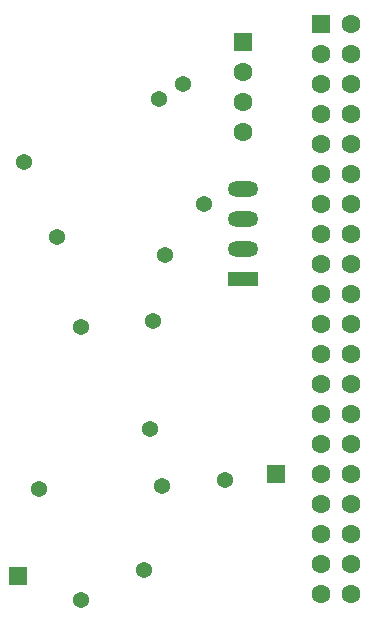
<source format=gbs>
G04 Layer_Color=16711935*
%FSLAX25Y25*%
%MOIN*%
G70*
G01*
G75*
%ADD33R,0.06305X0.06305*%
%ADD34C,0.06305*%
%ADD35R,0.06305X0.06305*%
%ADD36R,0.10243X0.05124*%
%ADD37O,0.10243X0.05124*%
%ADD38C,0.05400*%
D33*
X11000Y16000D02*
D03*
X97000Y50000D02*
D03*
D34*
X86000Y164000D02*
D03*
Y174000D02*
D03*
Y184000D02*
D03*
X122000Y10000D02*
D03*
X112000D02*
D03*
X122000Y20000D02*
D03*
X112000D02*
D03*
X122000Y30000D02*
D03*
X112000D02*
D03*
X122000Y40000D02*
D03*
X112000D02*
D03*
X122000Y50000D02*
D03*
X112000D02*
D03*
X122000Y60000D02*
D03*
X112000D02*
D03*
X122000Y70000D02*
D03*
X112000D02*
D03*
X122000Y80000D02*
D03*
X112000D02*
D03*
X122000Y90000D02*
D03*
X112000D02*
D03*
X122000Y100000D02*
D03*
X112000D02*
D03*
X122000Y110000D02*
D03*
X112000D02*
D03*
X122000Y120000D02*
D03*
X112000D02*
D03*
X122000Y130000D02*
D03*
X112000D02*
D03*
X122000Y140000D02*
D03*
X112000D02*
D03*
X122000Y150000D02*
D03*
X112000D02*
D03*
X122000Y160000D02*
D03*
X112000D02*
D03*
X122000Y170000D02*
D03*
X112000D02*
D03*
X122000Y180000D02*
D03*
X112000D02*
D03*
X122000Y190000D02*
D03*
X112000D02*
D03*
X122000Y200000D02*
D03*
D35*
X86000Y194000D02*
D03*
X112000Y200000D02*
D03*
D36*
X86000Y115000D02*
D03*
D37*
Y125000D02*
D03*
Y135000D02*
D03*
Y145000D02*
D03*
D38*
X55000Y65000D02*
D03*
X18000Y45000D02*
D03*
X60000Y123000D02*
D03*
X24000Y129000D02*
D03*
X13000Y154000D02*
D03*
X80000Y48000D02*
D03*
X32000Y8000D02*
D03*
X53000Y18000D02*
D03*
X59000Y46000D02*
D03*
X73000Y140000D02*
D03*
X56000Y101000D02*
D03*
X32000Y99000D02*
D03*
X66000Y180000D02*
D03*
X58000Y175000D02*
D03*
M02*

</source>
